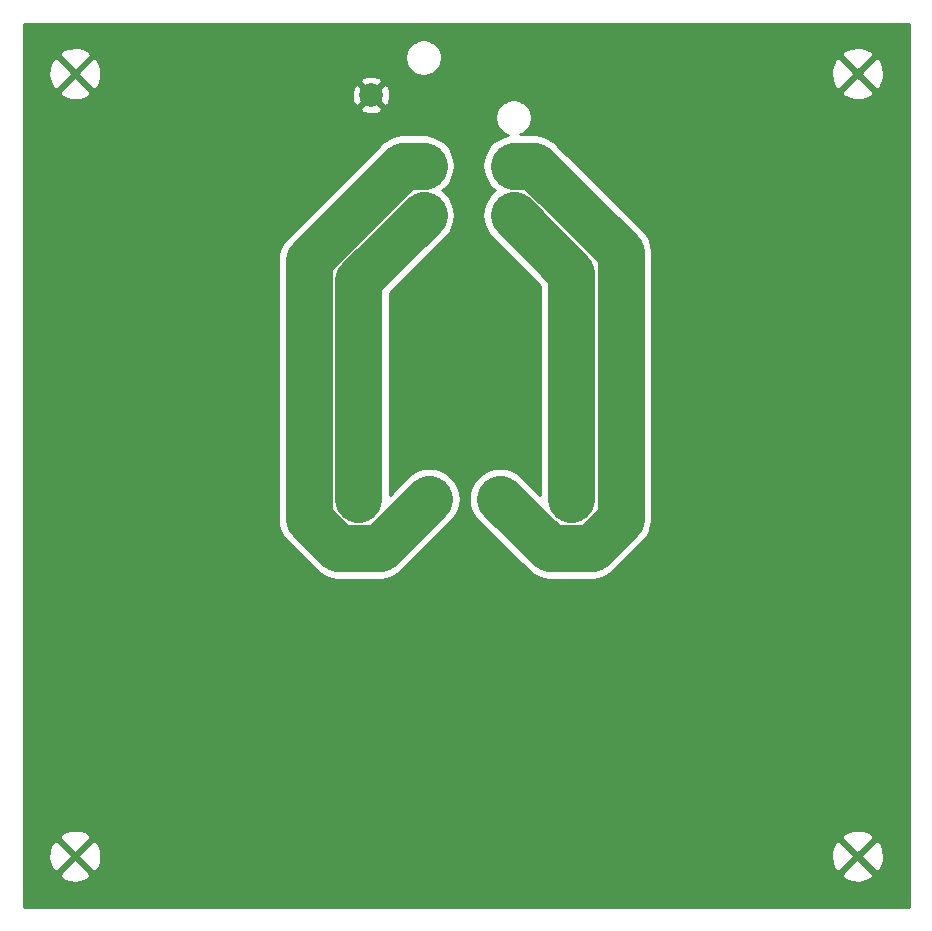
<source format=gbr>
%TF.GenerationSoftware,KiCad,Pcbnew,(5.1.9)-1*%
%TF.CreationDate,2022-02-10T16:59:52-07:00*%
%TF.ProjectId,Stepper_to_XLR4,53746570-7065-4725-9f74-6f5f584c5234,rev?*%
%TF.SameCoordinates,Original*%
%TF.FileFunction,Copper,L1,Top*%
%TF.FilePolarity,Positive*%
%FSLAX46Y46*%
G04 Gerber Fmt 4.6, Leading zero omitted, Abs format (unit mm)*
G04 Created by KiCad (PCBNEW (5.1.9)-1) date 2022-02-10 16:59:52*
%MOMM*%
%LPD*%
G01*
G04 APERTURE LIST*
%TA.AperFunction,ComponentPad*%
%ADD10C,2.000000*%
%TD*%
%TA.AperFunction,ComponentPad*%
%ADD11C,2.500000*%
%TD*%
%TA.AperFunction,Conductor*%
%ADD12C,4.000000*%
%TD*%
%TA.AperFunction,Conductor*%
%ADD13C,0.254000*%
%TD*%
%TA.AperFunction,Conductor*%
%ADD14C,0.100000*%
%TD*%
G04 APERTURE END LIST*
D10*
%TO.P,J1,4*%
%TO.N,Net-(J1-Pad4)*%
X47000000Y-41000000D03*
%TO.P,J1,3*%
%TO.N,Net-(J1-Pad3)*%
X41000000Y-41000000D03*
%TO.P,J1,2*%
%TO.N,Net-(J1-Pad2)*%
X35000000Y-41000000D03*
%TO.P,J1,1*%
%TO.N,Net-(J1-Pad1)*%
X29000000Y-41000000D03*
%TD*%
%TO.P,PS1,5*%
%TO.N,GND*%
X30070000Y-6815000D03*
%TO.P,PS1,4*%
%TO.N,Net-(J1-Pad4)*%
X42130000Y-16985000D03*
D11*
%TO.P,PS1,3*%
%TO.N,Net-(J1-Pad3)*%
X42130000Y-13170000D03*
%TO.P,PS1,2*%
%TO.N,Net-(J1-Pad2)*%
X34510000Y-13170000D03*
D10*
%TO.P,PS1,1*%
%TO.N,Net-(J1-Pad1)*%
X34510000Y-16985000D03*
%TD*%
D12*
%TO.N,Net-(J1-Pad4)*%
X47000000Y-21855000D02*
X42130000Y-16985000D01*
X47000000Y-41000000D02*
X47000000Y-21855000D01*
%TO.N,Net-(J1-Pad3)*%
X43869701Y-12784991D02*
X42130000Y-12784991D01*
X48739701Y-45200010D02*
X51200010Y-42739701D01*
X45200010Y-45200010D02*
X48739701Y-45200010D01*
X51200010Y-20115299D02*
X43869701Y-12784991D01*
X51200010Y-42739701D02*
X51200010Y-20115299D01*
X41000000Y-41000000D02*
X45200010Y-45200010D01*
%TO.N,Net-(J1-Pad2)*%
X32770299Y-12784991D02*
X34510000Y-12784991D01*
X24799990Y-20755299D02*
X32770299Y-12784991D01*
X24799990Y-42739701D02*
X24799990Y-20755299D01*
X27260299Y-45200010D02*
X24799990Y-42739701D01*
X30799990Y-45200010D02*
X27260299Y-45200010D01*
X35000000Y-41000000D02*
X30799990Y-45200010D01*
%TO.N,Net-(J1-Pad1)*%
X29000000Y-22495000D02*
X34510000Y-16985000D01*
X29000000Y-41000000D02*
X29000000Y-22495000D01*
%TD*%
D13*
%TO.N,GND*%
X75590000Y-75590000D02*
X660000Y-75590000D01*
X660000Y-72812845D01*
X3616761Y-72812845D01*
X3784802Y-73138643D01*
X4176607Y-73339426D01*
X4600055Y-73459914D01*
X5038873Y-73495476D01*
X5476197Y-73444746D01*
X5895221Y-73309674D01*
X6215198Y-73138643D01*
X6383239Y-72812845D01*
X69866761Y-72812845D01*
X70034802Y-73138643D01*
X70426607Y-73339426D01*
X70850055Y-73459914D01*
X71288873Y-73495476D01*
X71726197Y-73444746D01*
X72145221Y-73309674D01*
X72465198Y-73138643D01*
X72633239Y-72812845D01*
X71250000Y-71429605D01*
X69866761Y-72812845D01*
X6383239Y-72812845D01*
X5000000Y-71429605D01*
X3616761Y-72812845D01*
X660000Y-72812845D01*
X660000Y-71288873D01*
X2754524Y-71288873D01*
X2805254Y-71726197D01*
X2940326Y-72145221D01*
X3111357Y-72465198D01*
X3437155Y-72633239D01*
X4820395Y-71250000D01*
X5179605Y-71250000D01*
X6562845Y-72633239D01*
X6888643Y-72465198D01*
X7089426Y-72073393D01*
X7209914Y-71649945D01*
X7239175Y-71288873D01*
X69004524Y-71288873D01*
X69055254Y-71726197D01*
X69190326Y-72145221D01*
X69361357Y-72465198D01*
X69687155Y-72633239D01*
X71070395Y-71250000D01*
X71429605Y-71250000D01*
X72812845Y-72633239D01*
X73138643Y-72465198D01*
X73339426Y-72073393D01*
X73459914Y-71649945D01*
X73495476Y-71211127D01*
X73444746Y-70773803D01*
X73309674Y-70354779D01*
X73138643Y-70034802D01*
X72812845Y-69866761D01*
X71429605Y-71250000D01*
X71070395Y-71250000D01*
X69687155Y-69866761D01*
X69361357Y-70034802D01*
X69160574Y-70426607D01*
X69040086Y-70850055D01*
X69004524Y-71288873D01*
X7239175Y-71288873D01*
X7245476Y-71211127D01*
X7194746Y-70773803D01*
X7059674Y-70354779D01*
X6888643Y-70034802D01*
X6562845Y-69866761D01*
X5179605Y-71250000D01*
X4820395Y-71250000D01*
X3437155Y-69866761D01*
X3111357Y-70034802D01*
X2910574Y-70426607D01*
X2790086Y-70850055D01*
X2754524Y-71288873D01*
X660000Y-71288873D01*
X660000Y-69687155D01*
X3616761Y-69687155D01*
X5000000Y-71070395D01*
X6383239Y-69687155D01*
X69866761Y-69687155D01*
X71250000Y-71070395D01*
X72633239Y-69687155D01*
X72465198Y-69361357D01*
X72073393Y-69160574D01*
X71649945Y-69040086D01*
X71211127Y-69004524D01*
X70773803Y-69055254D01*
X70354779Y-69190326D01*
X70034802Y-69361357D01*
X69866761Y-69687155D01*
X6383239Y-69687155D01*
X6215198Y-69361357D01*
X5823393Y-69160574D01*
X5399945Y-69040086D01*
X4961127Y-69004524D01*
X4523803Y-69055254D01*
X4104779Y-69190326D01*
X3784802Y-69361357D01*
X3616761Y-69687155D01*
X660000Y-69687155D01*
X660000Y-20755299D01*
X22152242Y-20755299D01*
X22164991Y-20884743D01*
X22164990Y-42610267D01*
X22152242Y-42739701D01*
X22164990Y-42869135D01*
X22164990Y-42869142D01*
X22203117Y-43256250D01*
X22353789Y-43752950D01*
X22598467Y-44210711D01*
X22927749Y-44611942D01*
X23028296Y-44694459D01*
X25305545Y-46971709D01*
X25388058Y-47072251D01*
X25789288Y-47401533D01*
X26247049Y-47646211D01*
X26743748Y-47796883D01*
X26795257Y-47801956D01*
X27130857Y-47835010D01*
X27130864Y-47835010D01*
X27260298Y-47847758D01*
X27389732Y-47835010D01*
X30670556Y-47835010D01*
X30799990Y-47847758D01*
X30929424Y-47835010D01*
X30929432Y-47835010D01*
X31316540Y-47796883D01*
X31813240Y-47646211D01*
X32271001Y-47401533D01*
X32672231Y-47072251D01*
X32754748Y-46971704D01*
X36954755Y-42771698D01*
X37201522Y-42471011D01*
X37446201Y-42013250D01*
X37596873Y-41516551D01*
X37647748Y-41000001D01*
X37647748Y-41000000D01*
X38352252Y-41000000D01*
X38403127Y-41516549D01*
X38553799Y-42013249D01*
X38798478Y-42471010D01*
X39045245Y-42771697D01*
X43245256Y-46971709D01*
X43327769Y-47072251D01*
X43728999Y-47401533D01*
X44186760Y-47646211D01*
X44683459Y-47796883D01*
X44734968Y-47801956D01*
X45070568Y-47835010D01*
X45070575Y-47835010D01*
X45200009Y-47847758D01*
X45329443Y-47835010D01*
X48610267Y-47835010D01*
X48739701Y-47847758D01*
X48869135Y-47835010D01*
X48869143Y-47835010D01*
X49256251Y-47796883D01*
X49752951Y-47646211D01*
X50210712Y-47401533D01*
X50611942Y-47072251D01*
X50694459Y-46971704D01*
X52971710Y-44694454D01*
X53072251Y-44611942D01*
X53401533Y-44210712D01*
X53646211Y-43752951D01*
X53693557Y-43596873D01*
X53796883Y-43256252D01*
X53802273Y-43201523D01*
X53835010Y-42869143D01*
X53835010Y-42869136D01*
X53847758Y-42739702D01*
X53835010Y-42610268D01*
X53835010Y-20244733D01*
X53847758Y-20115299D01*
X53835010Y-19985865D01*
X53835010Y-19985857D01*
X53796883Y-19598749D01*
X53646211Y-19102049D01*
X53401533Y-18644288D01*
X53072251Y-18243058D01*
X52971703Y-18160540D01*
X45824464Y-11013303D01*
X45741942Y-10912750D01*
X45340712Y-10583468D01*
X44882951Y-10338790D01*
X44386251Y-10188118D01*
X43999143Y-10149991D01*
X43999135Y-10149991D01*
X43869701Y-10137243D01*
X43740267Y-10149991D01*
X42700916Y-10149991D01*
X42857095Y-10085299D01*
X43108505Y-9917312D01*
X43322312Y-9703505D01*
X43490299Y-9452095D01*
X43606011Y-9172743D01*
X43665000Y-8876184D01*
X43665000Y-8573816D01*
X43606011Y-8277257D01*
X43490299Y-7997905D01*
X43322312Y-7746495D01*
X43108505Y-7532688D01*
X42857095Y-7364701D01*
X42577743Y-7248989D01*
X42281184Y-7190000D01*
X41978816Y-7190000D01*
X41682257Y-7248989D01*
X41402905Y-7364701D01*
X41151495Y-7532688D01*
X40937688Y-7746495D01*
X40769701Y-7997905D01*
X40653989Y-8277257D01*
X40595000Y-8573816D01*
X40595000Y-8876184D01*
X40653989Y-9172743D01*
X40769701Y-9452095D01*
X40937688Y-9703505D01*
X41151495Y-9917312D01*
X41402905Y-10085299D01*
X41643892Y-10185120D01*
X41613450Y-10188118D01*
X41116750Y-10338790D01*
X40658989Y-10583468D01*
X40257759Y-10912750D01*
X39928477Y-11313980D01*
X39683799Y-11771741D01*
X39533127Y-12268441D01*
X39482251Y-12784991D01*
X39533127Y-13301541D01*
X39683799Y-13798241D01*
X39928477Y-14256002D01*
X40257759Y-14657232D01*
X40535290Y-14884996D01*
X40257759Y-15112759D01*
X39928478Y-15513990D01*
X39683799Y-15971751D01*
X39533127Y-16468451D01*
X39482252Y-16985000D01*
X39533127Y-17501549D01*
X39683799Y-17998249D01*
X39928478Y-18456010D01*
X40175245Y-18756697D01*
X44365001Y-22946454D01*
X44365000Y-40638548D01*
X42771697Y-39045245D01*
X42471010Y-38798478D01*
X42013249Y-38553799D01*
X41516549Y-38403127D01*
X41000000Y-38352252D01*
X40483451Y-38403127D01*
X39986751Y-38553799D01*
X39528990Y-38798478D01*
X39127759Y-39127759D01*
X38798478Y-39528990D01*
X38553799Y-39986751D01*
X38403127Y-40483451D01*
X38352252Y-41000000D01*
X37647748Y-41000000D01*
X37596873Y-40483451D01*
X37446201Y-39986751D01*
X37201522Y-39528990D01*
X36872241Y-39127759D01*
X36471010Y-38798478D01*
X36013249Y-38553799D01*
X35516549Y-38403127D01*
X34999999Y-38352252D01*
X34483449Y-38403127D01*
X33986750Y-38553799D01*
X33528989Y-38798478D01*
X33228302Y-39045245D01*
X31635000Y-40638547D01*
X31635000Y-23586452D01*
X36464755Y-18756697D01*
X36711522Y-18456011D01*
X36956201Y-17998250D01*
X37106873Y-17501550D01*
X37157748Y-16985000D01*
X37106873Y-16468450D01*
X36956201Y-15971751D01*
X36711522Y-15513990D01*
X36382241Y-15112759D01*
X36104710Y-14884996D01*
X36382241Y-14657232D01*
X36711523Y-14256002D01*
X36956201Y-13798241D01*
X37106873Y-13301541D01*
X37157749Y-12784991D01*
X37106873Y-12268441D01*
X36956201Y-11771741D01*
X36711523Y-11313980D01*
X36382241Y-10912750D01*
X35981011Y-10583468D01*
X35523250Y-10338790D01*
X35026550Y-10188118D01*
X34639442Y-10149991D01*
X32899732Y-10149991D01*
X32770298Y-10137243D01*
X32640864Y-10149991D01*
X32640857Y-10149991D01*
X32305257Y-10183045D01*
X32253748Y-10188118D01*
X32016785Y-10260000D01*
X31757049Y-10338790D01*
X31299288Y-10583468D01*
X30898058Y-10912750D01*
X30815545Y-11013292D01*
X23028292Y-18800545D01*
X22927750Y-18883058D01*
X22598468Y-19284288D01*
X22531916Y-19408799D01*
X22353789Y-19742050D01*
X22203117Y-20238749D01*
X22152242Y-20755299D01*
X660000Y-20755299D01*
X660000Y-7950413D01*
X29114192Y-7950413D01*
X29209956Y-8214814D01*
X29499571Y-8355704D01*
X29811108Y-8437384D01*
X30132595Y-8456718D01*
X30451675Y-8412961D01*
X30756088Y-8307795D01*
X30930044Y-8214814D01*
X31025808Y-7950413D01*
X30070000Y-6994605D01*
X29114192Y-7950413D01*
X660000Y-7950413D01*
X660000Y-6562845D01*
X3616761Y-6562845D01*
X3784802Y-6888643D01*
X4176607Y-7089426D01*
X4600055Y-7209914D01*
X5038873Y-7245476D01*
X5476197Y-7194746D01*
X5895221Y-7059674D01*
X6215198Y-6888643D01*
X6220896Y-6877595D01*
X28428282Y-6877595D01*
X28472039Y-7196675D01*
X28577205Y-7501088D01*
X28670186Y-7675044D01*
X28934587Y-7770808D01*
X29890395Y-6815000D01*
X30249605Y-6815000D01*
X31205413Y-7770808D01*
X31469814Y-7675044D01*
X31610704Y-7385429D01*
X31692384Y-7073892D01*
X31711718Y-6752405D01*
X31685723Y-6562845D01*
X69866761Y-6562845D01*
X70034802Y-6888643D01*
X70426607Y-7089426D01*
X70850055Y-7209914D01*
X71288873Y-7245476D01*
X71726197Y-7194746D01*
X72145221Y-7059674D01*
X72465198Y-6888643D01*
X72633239Y-6562845D01*
X71250000Y-5179605D01*
X69866761Y-6562845D01*
X31685723Y-6562845D01*
X31667961Y-6433325D01*
X31562795Y-6128912D01*
X31469814Y-5954956D01*
X31205413Y-5859192D01*
X30249605Y-6815000D01*
X29890395Y-6815000D01*
X28934587Y-5859192D01*
X28670186Y-5954956D01*
X28529296Y-6244571D01*
X28447616Y-6556108D01*
X28428282Y-6877595D01*
X6220896Y-6877595D01*
X6383239Y-6562845D01*
X5000000Y-5179605D01*
X3616761Y-6562845D01*
X660000Y-6562845D01*
X660000Y-5038873D01*
X2754524Y-5038873D01*
X2805254Y-5476197D01*
X2940326Y-5895221D01*
X3111357Y-6215198D01*
X3437155Y-6383239D01*
X4820395Y-5000000D01*
X5179605Y-5000000D01*
X6562845Y-6383239D01*
X6888643Y-6215198D01*
X7089426Y-5823393D01*
X7130344Y-5679587D01*
X29114192Y-5679587D01*
X30070000Y-6635395D01*
X31025808Y-5679587D01*
X30930044Y-5415186D01*
X30640429Y-5274296D01*
X30328892Y-5192616D01*
X30007405Y-5173282D01*
X29688325Y-5217039D01*
X29383912Y-5322205D01*
X29209956Y-5415186D01*
X29114192Y-5679587D01*
X7130344Y-5679587D01*
X7209914Y-5399945D01*
X7245476Y-4961127D01*
X7194746Y-4523803D01*
X7059674Y-4104779D01*
X6888643Y-3784802D01*
X6562845Y-3616761D01*
X5179605Y-5000000D01*
X4820395Y-5000000D01*
X3437155Y-3616761D01*
X3111357Y-3784802D01*
X2910574Y-4176607D01*
X2790086Y-4600055D01*
X2754524Y-5038873D01*
X660000Y-5038873D01*
X660000Y-3437155D01*
X3616761Y-3437155D01*
X5000000Y-4820395D01*
X6326578Y-3493816D01*
X32975000Y-3493816D01*
X32975000Y-3796184D01*
X33033989Y-4092743D01*
X33149701Y-4372095D01*
X33317688Y-4623505D01*
X33531495Y-4837312D01*
X33782905Y-5005299D01*
X34062257Y-5121011D01*
X34358816Y-5180000D01*
X34661184Y-5180000D01*
X34957743Y-5121011D01*
X35156040Y-5038873D01*
X69004524Y-5038873D01*
X69055254Y-5476197D01*
X69190326Y-5895221D01*
X69361357Y-6215198D01*
X69687155Y-6383239D01*
X71070395Y-5000000D01*
X71429605Y-5000000D01*
X72812845Y-6383239D01*
X73138643Y-6215198D01*
X73339426Y-5823393D01*
X73459914Y-5399945D01*
X73495476Y-4961127D01*
X73444746Y-4523803D01*
X73309674Y-4104779D01*
X73138643Y-3784802D01*
X72812845Y-3616761D01*
X71429605Y-5000000D01*
X71070395Y-5000000D01*
X69687155Y-3616761D01*
X69361357Y-3784802D01*
X69160574Y-4176607D01*
X69040086Y-4600055D01*
X69004524Y-5038873D01*
X35156040Y-5038873D01*
X35237095Y-5005299D01*
X35488505Y-4837312D01*
X35702312Y-4623505D01*
X35870299Y-4372095D01*
X35986011Y-4092743D01*
X36045000Y-3796184D01*
X36045000Y-3493816D01*
X36033730Y-3437155D01*
X69866761Y-3437155D01*
X71250000Y-4820395D01*
X72633239Y-3437155D01*
X72465198Y-3111357D01*
X72073393Y-2910574D01*
X71649945Y-2790086D01*
X71211127Y-2754524D01*
X70773803Y-2805254D01*
X70354779Y-2940326D01*
X70034802Y-3111357D01*
X69866761Y-3437155D01*
X36033730Y-3437155D01*
X35986011Y-3197257D01*
X35870299Y-2917905D01*
X35702312Y-2666495D01*
X35488505Y-2452688D01*
X35237095Y-2284701D01*
X34957743Y-2168989D01*
X34661184Y-2110000D01*
X34358816Y-2110000D01*
X34062257Y-2168989D01*
X33782905Y-2284701D01*
X33531495Y-2452688D01*
X33317688Y-2666495D01*
X33149701Y-2917905D01*
X33033989Y-3197257D01*
X32975000Y-3493816D01*
X6326578Y-3493816D01*
X6383239Y-3437155D01*
X6215198Y-3111357D01*
X5823393Y-2910574D01*
X5399945Y-2790086D01*
X4961127Y-2754524D01*
X4523803Y-2805254D01*
X4104779Y-2940326D01*
X3784802Y-3111357D01*
X3616761Y-3437155D01*
X660000Y-3437155D01*
X660000Y-760000D01*
X75590001Y-760000D01*
X75590000Y-75590000D01*
%TA.AperFunction,Conductor*%
D14*
G36*
X75590000Y-75590000D02*
G01*
X660000Y-75590000D01*
X660000Y-72812845D01*
X3616761Y-72812845D01*
X3784802Y-73138643D01*
X4176607Y-73339426D01*
X4600055Y-73459914D01*
X5038873Y-73495476D01*
X5476197Y-73444746D01*
X5895221Y-73309674D01*
X6215198Y-73138643D01*
X6383239Y-72812845D01*
X69866761Y-72812845D01*
X70034802Y-73138643D01*
X70426607Y-73339426D01*
X70850055Y-73459914D01*
X71288873Y-73495476D01*
X71726197Y-73444746D01*
X72145221Y-73309674D01*
X72465198Y-73138643D01*
X72633239Y-72812845D01*
X71250000Y-71429605D01*
X69866761Y-72812845D01*
X6383239Y-72812845D01*
X5000000Y-71429605D01*
X3616761Y-72812845D01*
X660000Y-72812845D01*
X660000Y-71288873D01*
X2754524Y-71288873D01*
X2805254Y-71726197D01*
X2940326Y-72145221D01*
X3111357Y-72465198D01*
X3437155Y-72633239D01*
X4820395Y-71250000D01*
X5179605Y-71250000D01*
X6562845Y-72633239D01*
X6888643Y-72465198D01*
X7089426Y-72073393D01*
X7209914Y-71649945D01*
X7239175Y-71288873D01*
X69004524Y-71288873D01*
X69055254Y-71726197D01*
X69190326Y-72145221D01*
X69361357Y-72465198D01*
X69687155Y-72633239D01*
X71070395Y-71250000D01*
X71429605Y-71250000D01*
X72812845Y-72633239D01*
X73138643Y-72465198D01*
X73339426Y-72073393D01*
X73459914Y-71649945D01*
X73495476Y-71211127D01*
X73444746Y-70773803D01*
X73309674Y-70354779D01*
X73138643Y-70034802D01*
X72812845Y-69866761D01*
X71429605Y-71250000D01*
X71070395Y-71250000D01*
X69687155Y-69866761D01*
X69361357Y-70034802D01*
X69160574Y-70426607D01*
X69040086Y-70850055D01*
X69004524Y-71288873D01*
X7239175Y-71288873D01*
X7245476Y-71211127D01*
X7194746Y-70773803D01*
X7059674Y-70354779D01*
X6888643Y-70034802D01*
X6562845Y-69866761D01*
X5179605Y-71250000D01*
X4820395Y-71250000D01*
X3437155Y-69866761D01*
X3111357Y-70034802D01*
X2910574Y-70426607D01*
X2790086Y-70850055D01*
X2754524Y-71288873D01*
X660000Y-71288873D01*
X660000Y-69687155D01*
X3616761Y-69687155D01*
X5000000Y-71070395D01*
X6383239Y-69687155D01*
X69866761Y-69687155D01*
X71250000Y-71070395D01*
X72633239Y-69687155D01*
X72465198Y-69361357D01*
X72073393Y-69160574D01*
X71649945Y-69040086D01*
X71211127Y-69004524D01*
X70773803Y-69055254D01*
X70354779Y-69190326D01*
X70034802Y-69361357D01*
X69866761Y-69687155D01*
X6383239Y-69687155D01*
X6215198Y-69361357D01*
X5823393Y-69160574D01*
X5399945Y-69040086D01*
X4961127Y-69004524D01*
X4523803Y-69055254D01*
X4104779Y-69190326D01*
X3784802Y-69361357D01*
X3616761Y-69687155D01*
X660000Y-69687155D01*
X660000Y-20755299D01*
X22152242Y-20755299D01*
X22164991Y-20884743D01*
X22164990Y-42610267D01*
X22152242Y-42739701D01*
X22164990Y-42869135D01*
X22164990Y-42869142D01*
X22203117Y-43256250D01*
X22353789Y-43752950D01*
X22598467Y-44210711D01*
X22927749Y-44611942D01*
X23028296Y-44694459D01*
X25305545Y-46971709D01*
X25388058Y-47072251D01*
X25789288Y-47401533D01*
X26247049Y-47646211D01*
X26743748Y-47796883D01*
X26795257Y-47801956D01*
X27130857Y-47835010D01*
X27130864Y-47835010D01*
X27260298Y-47847758D01*
X27389732Y-47835010D01*
X30670556Y-47835010D01*
X30799990Y-47847758D01*
X30929424Y-47835010D01*
X30929432Y-47835010D01*
X31316540Y-47796883D01*
X31813240Y-47646211D01*
X32271001Y-47401533D01*
X32672231Y-47072251D01*
X32754748Y-46971704D01*
X36954755Y-42771698D01*
X37201522Y-42471011D01*
X37446201Y-42013250D01*
X37596873Y-41516551D01*
X37647748Y-41000001D01*
X37647748Y-41000000D01*
X38352252Y-41000000D01*
X38403127Y-41516549D01*
X38553799Y-42013249D01*
X38798478Y-42471010D01*
X39045245Y-42771697D01*
X43245256Y-46971709D01*
X43327769Y-47072251D01*
X43728999Y-47401533D01*
X44186760Y-47646211D01*
X44683459Y-47796883D01*
X44734968Y-47801956D01*
X45070568Y-47835010D01*
X45070575Y-47835010D01*
X45200009Y-47847758D01*
X45329443Y-47835010D01*
X48610267Y-47835010D01*
X48739701Y-47847758D01*
X48869135Y-47835010D01*
X48869143Y-47835010D01*
X49256251Y-47796883D01*
X49752951Y-47646211D01*
X50210712Y-47401533D01*
X50611942Y-47072251D01*
X50694459Y-46971704D01*
X52971710Y-44694454D01*
X53072251Y-44611942D01*
X53401533Y-44210712D01*
X53646211Y-43752951D01*
X53693557Y-43596873D01*
X53796883Y-43256252D01*
X53802273Y-43201523D01*
X53835010Y-42869143D01*
X53835010Y-42869136D01*
X53847758Y-42739702D01*
X53835010Y-42610268D01*
X53835010Y-20244733D01*
X53847758Y-20115299D01*
X53835010Y-19985865D01*
X53835010Y-19985857D01*
X53796883Y-19598749D01*
X53646211Y-19102049D01*
X53401533Y-18644288D01*
X53072251Y-18243058D01*
X52971703Y-18160540D01*
X45824464Y-11013303D01*
X45741942Y-10912750D01*
X45340712Y-10583468D01*
X44882951Y-10338790D01*
X44386251Y-10188118D01*
X43999143Y-10149991D01*
X43999135Y-10149991D01*
X43869701Y-10137243D01*
X43740267Y-10149991D01*
X42700916Y-10149991D01*
X42857095Y-10085299D01*
X43108505Y-9917312D01*
X43322312Y-9703505D01*
X43490299Y-9452095D01*
X43606011Y-9172743D01*
X43665000Y-8876184D01*
X43665000Y-8573816D01*
X43606011Y-8277257D01*
X43490299Y-7997905D01*
X43322312Y-7746495D01*
X43108505Y-7532688D01*
X42857095Y-7364701D01*
X42577743Y-7248989D01*
X42281184Y-7190000D01*
X41978816Y-7190000D01*
X41682257Y-7248989D01*
X41402905Y-7364701D01*
X41151495Y-7532688D01*
X40937688Y-7746495D01*
X40769701Y-7997905D01*
X40653989Y-8277257D01*
X40595000Y-8573816D01*
X40595000Y-8876184D01*
X40653989Y-9172743D01*
X40769701Y-9452095D01*
X40937688Y-9703505D01*
X41151495Y-9917312D01*
X41402905Y-10085299D01*
X41643892Y-10185120D01*
X41613450Y-10188118D01*
X41116750Y-10338790D01*
X40658989Y-10583468D01*
X40257759Y-10912750D01*
X39928477Y-11313980D01*
X39683799Y-11771741D01*
X39533127Y-12268441D01*
X39482251Y-12784991D01*
X39533127Y-13301541D01*
X39683799Y-13798241D01*
X39928477Y-14256002D01*
X40257759Y-14657232D01*
X40535290Y-14884996D01*
X40257759Y-15112759D01*
X39928478Y-15513990D01*
X39683799Y-15971751D01*
X39533127Y-16468451D01*
X39482252Y-16985000D01*
X39533127Y-17501549D01*
X39683799Y-17998249D01*
X39928478Y-18456010D01*
X40175245Y-18756697D01*
X44365001Y-22946454D01*
X44365000Y-40638548D01*
X42771697Y-39045245D01*
X42471010Y-38798478D01*
X42013249Y-38553799D01*
X41516549Y-38403127D01*
X41000000Y-38352252D01*
X40483451Y-38403127D01*
X39986751Y-38553799D01*
X39528990Y-38798478D01*
X39127759Y-39127759D01*
X38798478Y-39528990D01*
X38553799Y-39986751D01*
X38403127Y-40483451D01*
X38352252Y-41000000D01*
X37647748Y-41000000D01*
X37596873Y-40483451D01*
X37446201Y-39986751D01*
X37201522Y-39528990D01*
X36872241Y-39127759D01*
X36471010Y-38798478D01*
X36013249Y-38553799D01*
X35516549Y-38403127D01*
X34999999Y-38352252D01*
X34483449Y-38403127D01*
X33986750Y-38553799D01*
X33528989Y-38798478D01*
X33228302Y-39045245D01*
X31635000Y-40638547D01*
X31635000Y-23586452D01*
X36464755Y-18756697D01*
X36711522Y-18456011D01*
X36956201Y-17998250D01*
X37106873Y-17501550D01*
X37157748Y-16985000D01*
X37106873Y-16468450D01*
X36956201Y-15971751D01*
X36711522Y-15513990D01*
X36382241Y-15112759D01*
X36104710Y-14884996D01*
X36382241Y-14657232D01*
X36711523Y-14256002D01*
X36956201Y-13798241D01*
X37106873Y-13301541D01*
X37157749Y-12784991D01*
X37106873Y-12268441D01*
X36956201Y-11771741D01*
X36711523Y-11313980D01*
X36382241Y-10912750D01*
X35981011Y-10583468D01*
X35523250Y-10338790D01*
X35026550Y-10188118D01*
X34639442Y-10149991D01*
X32899732Y-10149991D01*
X32770298Y-10137243D01*
X32640864Y-10149991D01*
X32640857Y-10149991D01*
X32305257Y-10183045D01*
X32253748Y-10188118D01*
X32016785Y-10260000D01*
X31757049Y-10338790D01*
X31299288Y-10583468D01*
X30898058Y-10912750D01*
X30815545Y-11013292D01*
X23028292Y-18800545D01*
X22927750Y-18883058D01*
X22598468Y-19284288D01*
X22531916Y-19408799D01*
X22353789Y-19742050D01*
X22203117Y-20238749D01*
X22152242Y-20755299D01*
X660000Y-20755299D01*
X660000Y-7950413D01*
X29114192Y-7950413D01*
X29209956Y-8214814D01*
X29499571Y-8355704D01*
X29811108Y-8437384D01*
X30132595Y-8456718D01*
X30451675Y-8412961D01*
X30756088Y-8307795D01*
X30930044Y-8214814D01*
X31025808Y-7950413D01*
X30070000Y-6994605D01*
X29114192Y-7950413D01*
X660000Y-7950413D01*
X660000Y-6562845D01*
X3616761Y-6562845D01*
X3784802Y-6888643D01*
X4176607Y-7089426D01*
X4600055Y-7209914D01*
X5038873Y-7245476D01*
X5476197Y-7194746D01*
X5895221Y-7059674D01*
X6215198Y-6888643D01*
X6220896Y-6877595D01*
X28428282Y-6877595D01*
X28472039Y-7196675D01*
X28577205Y-7501088D01*
X28670186Y-7675044D01*
X28934587Y-7770808D01*
X29890395Y-6815000D01*
X30249605Y-6815000D01*
X31205413Y-7770808D01*
X31469814Y-7675044D01*
X31610704Y-7385429D01*
X31692384Y-7073892D01*
X31711718Y-6752405D01*
X31685723Y-6562845D01*
X69866761Y-6562845D01*
X70034802Y-6888643D01*
X70426607Y-7089426D01*
X70850055Y-7209914D01*
X71288873Y-7245476D01*
X71726197Y-7194746D01*
X72145221Y-7059674D01*
X72465198Y-6888643D01*
X72633239Y-6562845D01*
X71250000Y-5179605D01*
X69866761Y-6562845D01*
X31685723Y-6562845D01*
X31667961Y-6433325D01*
X31562795Y-6128912D01*
X31469814Y-5954956D01*
X31205413Y-5859192D01*
X30249605Y-6815000D01*
X29890395Y-6815000D01*
X28934587Y-5859192D01*
X28670186Y-5954956D01*
X28529296Y-6244571D01*
X28447616Y-6556108D01*
X28428282Y-6877595D01*
X6220896Y-6877595D01*
X6383239Y-6562845D01*
X5000000Y-5179605D01*
X3616761Y-6562845D01*
X660000Y-6562845D01*
X660000Y-5038873D01*
X2754524Y-5038873D01*
X2805254Y-5476197D01*
X2940326Y-5895221D01*
X3111357Y-6215198D01*
X3437155Y-6383239D01*
X4820395Y-5000000D01*
X5179605Y-5000000D01*
X6562845Y-6383239D01*
X6888643Y-6215198D01*
X7089426Y-5823393D01*
X7130344Y-5679587D01*
X29114192Y-5679587D01*
X30070000Y-6635395D01*
X31025808Y-5679587D01*
X30930044Y-5415186D01*
X30640429Y-5274296D01*
X30328892Y-5192616D01*
X30007405Y-5173282D01*
X29688325Y-5217039D01*
X29383912Y-5322205D01*
X29209956Y-5415186D01*
X29114192Y-5679587D01*
X7130344Y-5679587D01*
X7209914Y-5399945D01*
X7245476Y-4961127D01*
X7194746Y-4523803D01*
X7059674Y-4104779D01*
X6888643Y-3784802D01*
X6562845Y-3616761D01*
X5179605Y-5000000D01*
X4820395Y-5000000D01*
X3437155Y-3616761D01*
X3111357Y-3784802D01*
X2910574Y-4176607D01*
X2790086Y-4600055D01*
X2754524Y-5038873D01*
X660000Y-5038873D01*
X660000Y-3437155D01*
X3616761Y-3437155D01*
X5000000Y-4820395D01*
X6326578Y-3493816D01*
X32975000Y-3493816D01*
X32975000Y-3796184D01*
X33033989Y-4092743D01*
X33149701Y-4372095D01*
X33317688Y-4623505D01*
X33531495Y-4837312D01*
X33782905Y-5005299D01*
X34062257Y-5121011D01*
X34358816Y-5180000D01*
X34661184Y-5180000D01*
X34957743Y-5121011D01*
X35156040Y-5038873D01*
X69004524Y-5038873D01*
X69055254Y-5476197D01*
X69190326Y-5895221D01*
X69361357Y-6215198D01*
X69687155Y-6383239D01*
X71070395Y-5000000D01*
X71429605Y-5000000D01*
X72812845Y-6383239D01*
X73138643Y-6215198D01*
X73339426Y-5823393D01*
X73459914Y-5399945D01*
X73495476Y-4961127D01*
X73444746Y-4523803D01*
X73309674Y-4104779D01*
X73138643Y-3784802D01*
X72812845Y-3616761D01*
X71429605Y-5000000D01*
X71070395Y-5000000D01*
X69687155Y-3616761D01*
X69361357Y-3784802D01*
X69160574Y-4176607D01*
X69040086Y-4600055D01*
X69004524Y-5038873D01*
X35156040Y-5038873D01*
X35237095Y-5005299D01*
X35488505Y-4837312D01*
X35702312Y-4623505D01*
X35870299Y-4372095D01*
X35986011Y-4092743D01*
X36045000Y-3796184D01*
X36045000Y-3493816D01*
X36033730Y-3437155D01*
X69866761Y-3437155D01*
X71250000Y-4820395D01*
X72633239Y-3437155D01*
X72465198Y-3111357D01*
X72073393Y-2910574D01*
X71649945Y-2790086D01*
X71211127Y-2754524D01*
X70773803Y-2805254D01*
X70354779Y-2940326D01*
X70034802Y-3111357D01*
X69866761Y-3437155D01*
X36033730Y-3437155D01*
X35986011Y-3197257D01*
X35870299Y-2917905D01*
X35702312Y-2666495D01*
X35488505Y-2452688D01*
X35237095Y-2284701D01*
X34957743Y-2168989D01*
X34661184Y-2110000D01*
X34358816Y-2110000D01*
X34062257Y-2168989D01*
X33782905Y-2284701D01*
X33531495Y-2452688D01*
X33317688Y-2666495D01*
X33149701Y-2917905D01*
X33033989Y-3197257D01*
X32975000Y-3493816D01*
X6326578Y-3493816D01*
X6383239Y-3437155D01*
X6215198Y-3111357D01*
X5823393Y-2910574D01*
X5399945Y-2790086D01*
X4961127Y-2754524D01*
X4523803Y-2805254D01*
X4104779Y-2940326D01*
X3784802Y-3111357D01*
X3616761Y-3437155D01*
X660000Y-3437155D01*
X660000Y-760000D01*
X75590001Y-760000D01*
X75590000Y-75590000D01*
G37*
%TD.AperFunction*%
%TD*%
M02*

</source>
